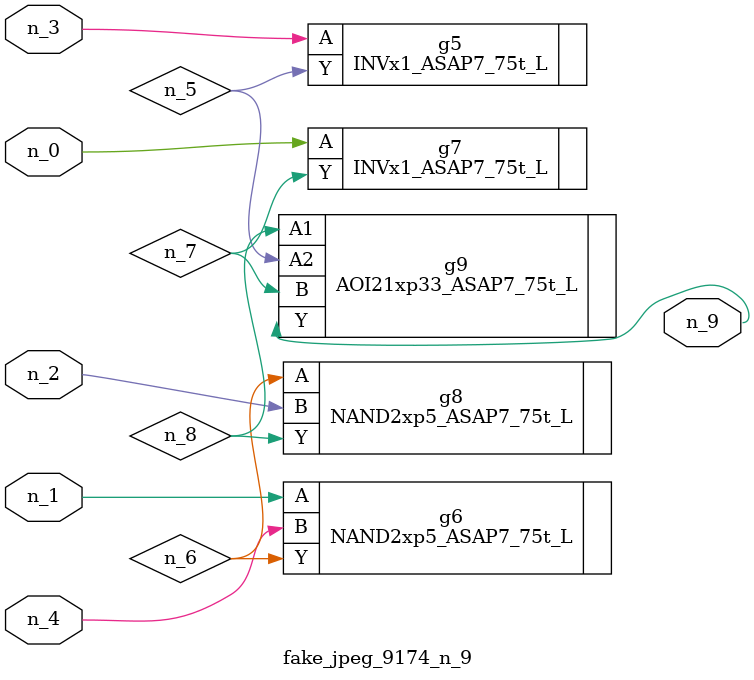
<source format=v>
module fake_jpeg_9174_n_9 (n_3, n_2, n_1, n_0, n_4, n_9);

input n_3;
input n_2;
input n_1;
input n_0;
input n_4;

output n_9;

wire n_8;
wire n_6;
wire n_5;
wire n_7;

INVx1_ASAP7_75t_L g5 ( 
.A(n_3),
.Y(n_5)
);

NAND2xp5_ASAP7_75t_L g6 ( 
.A(n_1),
.B(n_4),
.Y(n_6)
);

INVx1_ASAP7_75t_L g7 ( 
.A(n_0),
.Y(n_7)
);

NAND2xp5_ASAP7_75t_L g8 ( 
.A(n_6),
.B(n_2),
.Y(n_8)
);

AOI21xp33_ASAP7_75t_L g9 ( 
.A1(n_8),
.A2(n_5),
.B(n_7),
.Y(n_9)
);


endmodule
</source>
